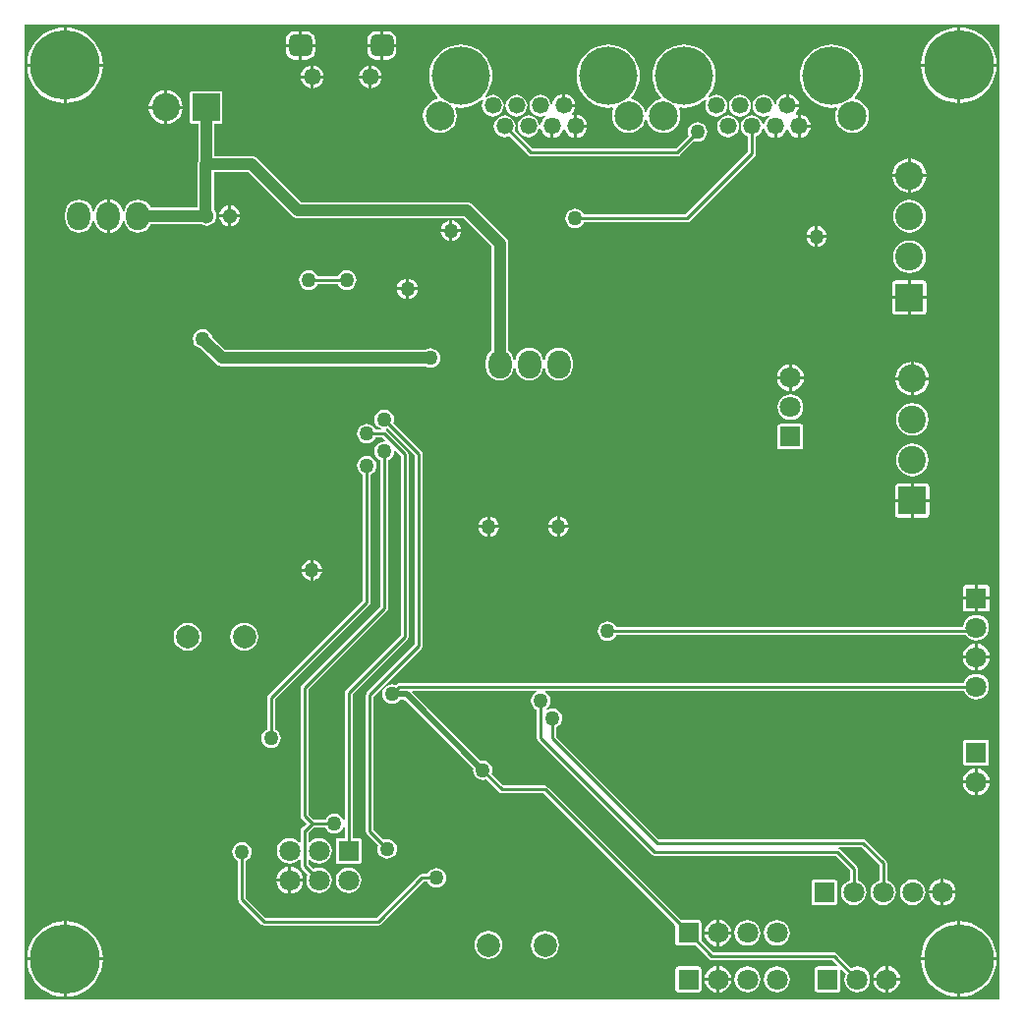
<source format=gbl>
G04 Layer_Physical_Order=2*
G04 Layer_Color=16711680*
%FSLAX25Y25*%
%MOIN*%
G70*
G01*
G75*
%ADD20C,0.01000*%
%ADD21C,0.01968*%
%ADD22C,0.03937*%
%ADD26C,0.07087*%
%ADD27R,0.07087X0.07087*%
%ADD28C,0.07874*%
%ADD29R,0.07087X0.07087*%
%ADD30C,0.23622*%
%ADD31O,0.07874X0.09449*%
%ADD32C,0.05118*%
%ADD33C,0.05709*%
G04:AMPARAMS|DCode=34|XSize=78.74mil|YSize=74.8mil|CornerRadius=18.7mil|HoleSize=0mil|Usage=FLASHONLY|Rotation=0.000|XOffset=0mil|YOffset=0mil|HoleType=Round|Shape=RoundedRectangle|*
%AMROUNDEDRECTD34*
21,1,0.07874,0.03740,0,0,0.0*
21,1,0.04134,0.07480,0,0,0.0*
1,1,0.03740,0.02067,-0.01870*
1,1,0.03740,-0.02067,-0.01870*
1,1,0.03740,-0.02067,0.01870*
1,1,0.03740,0.02067,0.01870*
%
%ADD34ROUNDEDRECTD34*%
%ADD35C,0.09449*%
%ADD36R,0.09449X0.09449*%
%ADD37C,0.09842*%
%ADD38C,0.19803*%
%ADD39C,0.05787*%
%ADD40R,0.09449X0.09449*%
%ADD41C,0.05000*%
G36*
X332677Y1969D02*
X1969D01*
Y332677D01*
X332677D01*
Y1969D01*
D02*
G37*
%LPC*%
G36*
X324803Y132478D02*
X323673Y132329D01*
X322619Y131893D01*
X321714Y131199D01*
X321020Y130294D01*
X320584Y129241D01*
X320458Y128281D01*
X202818D01*
X202675Y128626D01*
X202148Y129313D01*
X201461Y129840D01*
X200661Y130171D01*
X199803Y130284D01*
X198945Y130171D01*
X198145Y129840D01*
X197459Y129313D01*
X196932Y128626D01*
X196600Y127827D01*
X196487Y126969D01*
X196600Y126110D01*
X196932Y125311D01*
X197459Y124624D01*
X198145Y124097D01*
X198945Y123766D01*
X199803Y123653D01*
X200661Y123766D01*
X201461Y124097D01*
X202148Y124624D01*
X202675Y125311D01*
X202818Y125656D01*
X321228D01*
X321714Y125022D01*
X322619Y124327D01*
X323673Y123891D01*
X324803Y123742D01*
X325934Y123891D01*
X326987Y124327D01*
X327892Y125022D01*
X328586Y125926D01*
X329022Y126980D01*
X329171Y128110D01*
X329022Y129241D01*
X328586Y130294D01*
X327892Y131199D01*
X326987Y131893D01*
X325934Y132329D01*
X324803Y132478D01*
D02*
G37*
G36*
X324303Y137610D02*
X320240D01*
Y134567D01*
X320318Y134177D01*
X320539Y133846D01*
X320870Y133625D01*
X321260Y133547D01*
X324303D01*
Y137610D01*
D02*
G37*
G36*
X57323Y129765D02*
X56090Y129603D01*
X54940Y129127D01*
X53953Y128369D01*
X53196Y127383D01*
X52720Y126233D01*
X52558Y125000D01*
X52720Y123767D01*
X53196Y122617D01*
X53953Y121631D01*
X54940Y120873D01*
X56090Y120397D01*
X57323Y120235D01*
X58556Y120397D01*
X59705Y120873D01*
X60692Y121631D01*
X61450Y122617D01*
X61926Y123767D01*
X62088Y125000D01*
X61926Y126233D01*
X61450Y127383D01*
X60692Y128369D01*
X59705Y129127D01*
X58556Y129603D01*
X57323Y129765D01*
D02*
G37*
G36*
X76535D02*
X75302Y129603D01*
X74153Y129127D01*
X73166Y128369D01*
X72409Y127383D01*
X71933Y126233D01*
X71770Y125000D01*
X71933Y123767D01*
X72409Y122617D01*
X73166Y121631D01*
X74153Y120873D01*
X75302Y120397D01*
X76535Y120235D01*
X77769Y120397D01*
X78918Y120873D01*
X79905Y121631D01*
X80662Y122617D01*
X81138Y123767D01*
X81301Y125000D01*
X81138Y126233D01*
X80662Y127383D01*
X79905Y128369D01*
X78918Y129127D01*
X77769Y129603D01*
X76535Y129765D01*
D02*
G37*
G36*
X329366Y137610D02*
X325303D01*
Y133547D01*
X328346D01*
X328737Y133625D01*
X329067Y133846D01*
X329288Y134177D01*
X329366Y134567D01*
Y137610D01*
D02*
G37*
G36*
X98909Y147138D02*
X95945D01*
X95999Y146724D01*
X96352Y145873D01*
X96913Y145142D01*
X97644Y144581D01*
X98496Y144228D01*
X98909Y144173D01*
Y147138D01*
D02*
G37*
G36*
X102874D02*
X99910D01*
Y144173D01*
X100323Y144228D01*
X101174Y144581D01*
X101906Y145142D01*
X102467Y145873D01*
X102819Y146724D01*
X102874Y147138D01*
D02*
G37*
G36*
X324303Y142673D02*
X321260D01*
X320870Y142596D01*
X320539Y142375D01*
X320318Y142044D01*
X320240Y141654D01*
Y138610D01*
X324303D01*
Y142673D01*
D02*
G37*
G36*
X328346D02*
X325303D01*
Y138610D01*
X329366D01*
Y141654D01*
X329288Y142044D01*
X329067Y142375D01*
X328737Y142596D01*
X328346Y142673D01*
D02*
G37*
G36*
X325303Y122627D02*
Y118610D01*
X329320D01*
X329229Y119296D01*
X328772Y120402D01*
X328044Y121351D01*
X327094Y122079D01*
X325989Y122537D01*
X325303Y122627D01*
D02*
G37*
G36*
Y80304D02*
Y76287D01*
X329320D01*
X329229Y76973D01*
X328772Y78079D01*
X328044Y79028D01*
X327094Y79756D01*
X325989Y80214D01*
X325303Y80304D01*
D02*
G37*
G36*
X328346Y90134D02*
X321260D01*
X320953Y90072D01*
X320692Y89898D01*
X320518Y89638D01*
X320457Y89331D01*
Y82244D01*
X320518Y81937D01*
X320692Y81676D01*
X320953Y81502D01*
X321260Y81441D01*
X328346D01*
X328654Y81502D01*
X328914Y81676D01*
X329088Y81937D01*
X329149Y82244D01*
Y89331D01*
X329088Y89638D01*
X328914Y89898D01*
X328654Y90072D01*
X328346Y90134D01*
D02*
G37*
G36*
X324303Y75287D02*
X320286D01*
X320377Y74601D01*
X320835Y73496D01*
X321563Y72547D01*
X322512Y71819D01*
X323617Y71361D01*
X324303Y71271D01*
Y75287D01*
D02*
G37*
G36*
Y80304D02*
X323617Y80214D01*
X322512Y79756D01*
X321563Y79028D01*
X320835Y78079D01*
X320377Y76973D01*
X320286Y76287D01*
X324303D01*
Y80304D01*
D02*
G37*
G36*
X118110Y186387D02*
X117252Y186274D01*
X116452Y185942D01*
X115766Y185415D01*
X115239Y184729D01*
X114907Y183929D01*
X114795Y183071D01*
X114907Y182213D01*
X115239Y181413D01*
X115766Y180726D01*
X116452Y180199D01*
X116798Y180056D01*
Y137355D01*
X84702Y105259D01*
X84417Y104833D01*
X84317Y104331D01*
Y93566D01*
X83972Y93423D01*
X83285Y92896D01*
X82758Y92209D01*
X82427Y91409D01*
X82314Y90551D01*
X82427Y89693D01*
X82758Y88893D01*
X83285Y88207D01*
X83972Y87680D01*
X84772Y87348D01*
X85630Y87235D01*
X86488Y87348D01*
X87288Y87680D01*
X87975Y88207D01*
X88502Y88893D01*
X88833Y89693D01*
X88946Y90551D01*
X88833Y91409D01*
X88502Y92209D01*
X87975Y92896D01*
X87288Y93423D01*
X86942Y93566D01*
Y103787D01*
X119038Y135883D01*
X119323Y136309D01*
X119423Y136811D01*
Y180056D01*
X119768Y180199D01*
X120455Y180726D01*
X120982Y181413D01*
X121313Y182213D01*
X121426Y183071D01*
X121313Y183929D01*
X120982Y184729D01*
X120455Y185415D01*
X119768Y185942D01*
X118968Y186274D01*
X118110Y186387D01*
D02*
G37*
G36*
X324303Y117610D02*
X320286D01*
X320377Y116924D01*
X320835Y115819D01*
X321563Y114870D01*
X322512Y114142D01*
X323617Y113684D01*
X324303Y113594D01*
Y117610D01*
D02*
G37*
G36*
Y122627D02*
X323617Y122537D01*
X322512Y122079D01*
X321563Y121351D01*
X320835Y120402D01*
X320377Y119296D01*
X320286Y118610D01*
X324303D01*
Y122627D01*
D02*
G37*
G36*
X324803Y112478D02*
X323673Y112329D01*
X322619Y111893D01*
X321714Y111199D01*
X321020Y110294D01*
X320659Y109423D01*
X129173D01*
X128671Y109323D01*
X128245Y109038D01*
X127877Y108670D01*
X127531Y108813D01*
X126673Y108926D01*
X125815Y108813D01*
X125015Y108482D01*
X124329Y107955D01*
X123802Y107268D01*
X123470Y106468D01*
X123357Y105610D01*
X123470Y104752D01*
X123802Y103952D01*
X124329Y103266D01*
X125015Y102739D01*
X125815Y102407D01*
X126673Y102295D01*
X127531Y102407D01*
X128331Y102739D01*
X129018Y103266D01*
X129431Y103804D01*
X130846D01*
X154214Y80436D01*
X154125Y79764D01*
X154238Y78906D01*
X154569Y78106D01*
X155096Y77419D01*
X155783Y76892D01*
X156583Y76561D01*
X157441Y76448D01*
X158299Y76561D01*
X158644Y76704D01*
X163048Y72300D01*
X163474Y72016D01*
X163976Y71916D01*
X178039D01*
X222859Y27096D01*
Y21063D01*
X222920Y20756D01*
X223094Y20495D01*
X223354Y20321D01*
X223661Y20260D01*
X229695D01*
X234151Y15804D01*
X234576Y15520D01*
X235079Y15420D01*
X276031D01*
X277746Y13704D01*
X277539Y13204D01*
X270905D01*
X270598Y13143D01*
X270338Y12969D01*
X270164Y12709D01*
X270103Y12402D01*
Y5315D01*
X270164Y5008D01*
X270338Y4747D01*
X270598Y4573D01*
X270905Y4512D01*
X277992D01*
X278299Y4573D01*
X278560Y4747D01*
X278734Y5008D01*
X278795Y5315D01*
Y11949D01*
X279295Y12156D01*
X280591Y10860D01*
X280230Y9989D01*
X280081Y8858D01*
X280230Y7728D01*
X280666Y6674D01*
X281360Y5770D01*
X282265Y5075D01*
X283318Y4639D01*
X284449Y4490D01*
X285579Y4639D01*
X286633Y5075D01*
X287538Y5770D01*
X288232Y6674D01*
X288668Y7728D01*
X288817Y8858D01*
X288668Y9989D01*
X288232Y11042D01*
X287538Y11947D01*
X286633Y12641D01*
X285579Y13078D01*
X284449Y13226D01*
X283318Y13078D01*
X282447Y12717D01*
X277503Y17660D01*
X277077Y17945D01*
X276575Y18045D01*
X235622D01*
X231551Y22117D01*
Y28150D01*
X231490Y28457D01*
X231316Y28717D01*
X231055Y28891D01*
X230748Y28952D01*
X224715D01*
X179511Y74156D01*
X179085Y74441D01*
X178583Y74541D01*
X164520D01*
X160501Y78560D01*
X160644Y78906D01*
X160757Y79764D01*
X160644Y80622D01*
X160312Y81422D01*
X159785Y82108D01*
X159099Y82635D01*
X158299Y82967D01*
X157441Y83079D01*
X156768Y82991D01*
X133424Y106336D01*
X133615Y106798D01*
X175600D01*
X175700Y106298D01*
X175507Y106218D01*
X174821Y105691D01*
X174294Y105004D01*
X173963Y104205D01*
X173850Y103347D01*
X173963Y102488D01*
X174294Y101689D01*
X174821Y101002D01*
X175507Y100475D01*
X175853Y100332D01*
Y90551D01*
X175953Y90049D01*
X176237Y89623D01*
X214623Y51237D01*
X215049Y50953D01*
X215551Y50853D01*
X277015D01*
X281995Y45874D01*
Y42530D01*
X281123Y42169D01*
X280218Y41475D01*
X279524Y40570D01*
X279088Y39516D01*
X278939Y38386D01*
X279088Y37255D01*
X279524Y36202D01*
X280218Y35297D01*
X281123Y34603D01*
X282176Y34167D01*
X283307Y34018D01*
X284438Y34167D01*
X285491Y34603D01*
X286396Y35297D01*
X287090Y36202D01*
X287526Y37255D01*
X287675Y38386D01*
X287526Y39516D01*
X287090Y40570D01*
X286396Y41475D01*
X285491Y42169D01*
X284620Y42530D01*
Y46417D01*
X284520Y46920D01*
X284235Y47346D01*
X278487Y53093D01*
X278170Y53306D01*
X278280Y53806D01*
X285874D01*
X291995Y47685D01*
Y42530D01*
X291123Y42169D01*
X290218Y41475D01*
X289524Y40570D01*
X289088Y39516D01*
X288939Y38386D01*
X289088Y37255D01*
X289524Y36202D01*
X290218Y35297D01*
X291123Y34603D01*
X292177Y34167D01*
X293307Y34018D01*
X294438Y34167D01*
X295491Y34603D01*
X296396Y35297D01*
X297090Y36202D01*
X297526Y37255D01*
X297675Y38386D01*
X297526Y39516D01*
X297090Y40570D01*
X296396Y41475D01*
X295491Y42169D01*
X294620Y42530D01*
Y48228D01*
X294520Y48731D01*
X294235Y49156D01*
X287346Y56046D01*
X286920Y56331D01*
X286417Y56431D01*
X217079D01*
X182415Y91095D01*
Y94426D01*
X182760Y94569D01*
X183447Y95096D01*
X183974Y95783D01*
X184305Y96583D01*
X184418Y97441D01*
X184305Y98299D01*
X183974Y99099D01*
X183447Y99786D01*
X182760Y100312D01*
X181960Y100644D01*
X181102Y100757D01*
X180244Y100644D01*
X179445Y100312D01*
X179392Y100272D01*
X178912Y100534D01*
X178913Y100544D01*
X179510Y101002D01*
X180037Y101689D01*
X180368Y102488D01*
X180481Y103347D01*
X180368Y104205D01*
X180037Y105004D01*
X179510Y105691D01*
X178823Y106218D01*
X178631Y106298D01*
X178730Y106798D01*
X320659D01*
X321020Y105926D01*
X321714Y105022D01*
X322619Y104327D01*
X323673Y103891D01*
X324803Y103742D01*
X325934Y103891D01*
X326987Y104327D01*
X327892Y105022D01*
X328586Y105926D01*
X329022Y106980D01*
X329171Y108110D01*
X329022Y109241D01*
X328586Y110294D01*
X327892Y111199D01*
X326987Y111893D01*
X325934Y112329D01*
X324803Y112478D01*
D02*
G37*
G36*
X329320Y117610D02*
X325303D01*
Y113594D01*
X325989Y113684D01*
X327094Y114142D01*
X328044Y114870D01*
X328772Y115819D01*
X329229Y116924D01*
X329320Y117610D01*
D02*
G37*
G36*
X98909Y151102D02*
X98496Y151048D01*
X97644Y150695D01*
X96913Y150134D01*
X96352Y149403D01*
X95999Y148551D01*
X95945Y148138D01*
X98909D01*
Y151102D01*
D02*
G37*
G36*
X307874Y177004D02*
X303650D01*
Y171760D01*
X308894D01*
Y175984D01*
X308816Y176374D01*
X308595Y176705D01*
X308264Y176926D01*
X307874Y177004D01*
D02*
G37*
G36*
X303150Y190599D02*
X301711Y190409D01*
X300370Y189854D01*
X299219Y188970D01*
X298335Y187819D01*
X297780Y186478D01*
X297590Y185039D01*
X297780Y183600D01*
X298335Y182260D01*
X299219Y181108D01*
X300370Y180225D01*
X301711Y179669D01*
X303150Y179480D01*
X304589Y179669D01*
X305929Y180225D01*
X307081Y181108D01*
X307964Y182260D01*
X308520Y183600D01*
X308709Y185039D01*
X308520Y186478D01*
X307964Y187819D01*
X307081Y188970D01*
X305929Y189854D01*
X304589Y190409D01*
X303150Y190599D01*
D02*
G37*
G36*
X308894Y170760D02*
X303650D01*
Y165516D01*
X307874D01*
X308264Y165594D01*
X308595Y165814D01*
X308816Y166145D01*
X308894Y166535D01*
Y170760D01*
D02*
G37*
G36*
X302650Y177004D02*
X298425D01*
X298035Y176926D01*
X297704Y176705D01*
X297483Y176374D01*
X297406Y175984D01*
Y171760D01*
X302650D01*
Y177004D01*
D02*
G37*
G36*
X265354Y197259D02*
X258268D01*
X257961Y197198D01*
X257700Y197024D01*
X257526Y196764D01*
X257465Y196457D01*
Y189370D01*
X257526Y189063D01*
X257700Y188802D01*
X257961Y188628D01*
X258268Y188567D01*
X265354D01*
X265662Y188628D01*
X265922Y188802D01*
X266096Y189063D01*
X266157Y189370D01*
Y196457D01*
X266096Y196764D01*
X265922Y197024D01*
X265662Y197198D01*
X265354Y197259D01*
D02*
G37*
G36*
X261811Y207281D02*
X260681Y207133D01*
X259627Y206696D01*
X258722Y206002D01*
X258028Y205097D01*
X257592Y204044D01*
X257443Y202913D01*
X257592Y201783D01*
X258028Y200729D01*
X258722Y199825D01*
X259627Y199130D01*
X260681Y198694D01*
X261811Y198545D01*
X262942Y198694D01*
X263995Y199130D01*
X264900Y199825D01*
X265594Y200729D01*
X266030Y201783D01*
X266179Y202913D01*
X266030Y204044D01*
X265594Y205097D01*
X264900Y206002D01*
X263995Y206696D01*
X262942Y207133D01*
X261811Y207281D01*
D02*
G37*
G36*
X302650Y212098D02*
X297442D01*
X297572Y211104D01*
X298149Y209712D01*
X299067Y208516D01*
X300263Y207598D01*
X301655Y207021D01*
X302650Y206891D01*
Y212098D01*
D02*
G37*
G36*
X303150Y204378D02*
X301711Y204189D01*
X300370Y203633D01*
X299219Y202750D01*
X298335Y201599D01*
X297780Y200258D01*
X297590Y198819D01*
X297780Y197380D01*
X298335Y196039D01*
X299219Y194888D01*
X300370Y194004D01*
X301711Y193449D01*
X303150Y193260D01*
X304589Y193449D01*
X305929Y194004D01*
X307081Y194888D01*
X307964Y196039D01*
X308520Y197380D01*
X308709Y198819D01*
X308520Y200258D01*
X307964Y201599D01*
X307081Y202750D01*
X305929Y203633D01*
X304589Y204189D01*
X303150Y204378D01*
D02*
G37*
G36*
X124016Y202135D02*
X123158Y202022D01*
X122358Y201690D01*
X121671Y201164D01*
X121144Y200477D01*
X120813Y199677D01*
X120700Y198819D01*
X120813Y197961D01*
X121144Y197161D01*
X121671Y196474D01*
X122358Y195947D01*
X122930Y195710D01*
X122831Y195210D01*
X121125D01*
X120982Y195555D01*
X120455Y196242D01*
X119768Y196769D01*
X118968Y197100D01*
X118110Y197213D01*
X117252Y197100D01*
X116452Y196769D01*
X115766Y196242D01*
X115239Y195555D01*
X114907Y194756D01*
X114795Y193898D01*
X114907Y193040D01*
X115239Y192240D01*
X115766Y191553D01*
X116452Y191026D01*
X117252Y190695D01*
X118110Y190582D01*
X118968Y190695D01*
X119768Y191026D01*
X120455Y191553D01*
X120982Y192240D01*
X121125Y192585D01*
X123472D01*
X124310Y191747D01*
X124089Y191298D01*
X124016Y191308D01*
X123158Y191195D01*
X122358Y190864D01*
X121671Y190337D01*
X121144Y189650D01*
X120813Y188850D01*
X120700Y187992D01*
X120813Y187134D01*
X121144Y186334D01*
X121671Y185647D01*
X122358Y185121D01*
X122703Y184978D01*
Y135386D01*
X96072Y108755D01*
X95787Y108329D01*
X95687Y107827D01*
Y64272D01*
X95787Y63769D01*
X96072Y63344D01*
X97707Y61709D01*
X96577Y60579D01*
X96498Y60563D01*
X96072Y60278D01*
X95787Y59853D01*
X95687Y59350D01*
Y55486D01*
X95214Y55325D01*
X95057Y55530D01*
X94152Y56224D01*
X93099Y56660D01*
X91969Y56809D01*
X90838Y56660D01*
X89784Y56224D01*
X88880Y55530D01*
X88186Y54625D01*
X87749Y53571D01*
X87600Y52441D01*
X87749Y51310D01*
X88186Y50257D01*
X88880Y49352D01*
X89784Y48658D01*
X90838Y48222D01*
X91969Y48073D01*
X93099Y48222D01*
X94152Y48658D01*
X95057Y49352D01*
X95214Y49556D01*
X95687Y49396D01*
Y47409D01*
X95787Y46907D01*
X96072Y46481D01*
X98110Y44443D01*
X97749Y43571D01*
X97600Y42441D01*
X97749Y41310D01*
X98186Y40257D01*
X98880Y39352D01*
X99784Y38658D01*
X100838Y38222D01*
X101969Y38073D01*
X103099Y38222D01*
X104153Y38658D01*
X105057Y39352D01*
X105751Y40257D01*
X106188Y41310D01*
X106337Y42441D01*
X106188Y43571D01*
X105751Y44625D01*
X105057Y45530D01*
X104153Y46224D01*
X103099Y46660D01*
X101969Y46809D01*
X100838Y46660D01*
X99967Y46299D01*
X98313Y47953D01*
Y49314D01*
X98786Y49474D01*
X98880Y49352D01*
X99784Y48658D01*
X100838Y48222D01*
X101969Y48073D01*
X103099Y48222D01*
X104153Y48658D01*
X105057Y49352D01*
X105751Y50257D01*
X106188Y51310D01*
X106337Y52441D01*
X106188Y53571D01*
X105751Y54625D01*
X105057Y55530D01*
X104153Y56224D01*
X103099Y56660D01*
X101969Y56809D01*
X100838Y56660D01*
X99784Y56224D01*
X98880Y55530D01*
X98786Y55408D01*
X98313Y55568D01*
Y58602D01*
X100107Y60396D01*
X104155D01*
X104298Y60051D01*
X104825Y59364D01*
X105511Y58837D01*
X106311Y58506D01*
X107169Y58393D01*
X108028Y58506D01*
X108827Y58837D01*
X109514Y59364D01*
X110041Y60051D01*
X110156Y60329D01*
X110656Y60229D01*
Y56787D01*
X108425D01*
X108118Y56726D01*
X107858Y56552D01*
X107684Y56292D01*
X107622Y55984D01*
Y48898D01*
X107684Y48590D01*
X107858Y48330D01*
X108118Y48156D01*
X108425Y48095D01*
X115512D01*
X115819Y48156D01*
X116079Y48330D01*
X116253Y48590D01*
X116315Y48898D01*
Y55984D01*
X116253Y56292D01*
X116079Y56552D01*
X115819Y56726D01*
X115512Y56787D01*
X113281D01*
Y105519D01*
X131834Y124072D01*
X132118Y124498D01*
X132218Y125000D01*
Y187008D01*
X132118Y187510D01*
X131834Y187936D01*
X124944Y194826D01*
X124575Y195072D01*
X124566Y195298D01*
X124639Y195585D01*
X124874Y195616D01*
X125219Y195759D01*
X134514Y186464D01*
Y122591D01*
X118166Y106243D01*
X117882Y105817D01*
X117782Y105315D01*
Y59055D01*
X117882Y58553D01*
X118166Y58127D01*
X121940Y54353D01*
X121797Y54008D01*
X121684Y53150D01*
X121797Y52291D01*
X122128Y51492D01*
X122655Y50805D01*
X123342Y50278D01*
X124142Y49947D01*
X125000Y49834D01*
X125858Y49947D01*
X126658Y50278D01*
X127345Y50805D01*
X127872Y51492D01*
X128203Y52291D01*
X128316Y53150D01*
X128203Y54008D01*
X127872Y54808D01*
X127345Y55494D01*
X126658Y56021D01*
X125858Y56352D01*
X125000Y56465D01*
X124142Y56352D01*
X123797Y56209D01*
X120407Y59599D01*
Y104771D01*
X136755Y121119D01*
X137039Y121545D01*
X137139Y122047D01*
Y187008D01*
X137039Y187510D01*
X136755Y187936D01*
X127076Y197616D01*
X127218Y197961D01*
X127331Y198819D01*
X127218Y199677D01*
X126887Y200477D01*
X126360Y201164D01*
X125674Y201690D01*
X124874Y202022D01*
X124016Y202135D01*
D02*
G37*
G36*
X302650Y170760D02*
X297406D01*
Y166535D01*
X297483Y166145D01*
X297704Y165814D01*
X298035Y165594D01*
X298425Y165516D01*
X302650D01*
Y170760D01*
D02*
G37*
G36*
X162913Y161902D02*
X159949D01*
Y158937D01*
X160363Y158992D01*
X161214Y159344D01*
X161945Y159905D01*
X162506Y160636D01*
X162859Y161488D01*
X162913Y161902D01*
D02*
G37*
G36*
X182571D02*
X179606D01*
X179661Y161488D01*
X180014Y160636D01*
X180575Y159905D01*
X181306Y159344D01*
X182157Y158992D01*
X182571Y158937D01*
Y161902D01*
D02*
G37*
G36*
X99910Y151102D02*
Y148138D01*
X102874D01*
X102819Y148551D01*
X102467Y149403D01*
X101906Y150134D01*
X101174Y150695D01*
X100323Y151048D01*
X99910Y151102D01*
D02*
G37*
G36*
X158949Y161902D02*
X155984D01*
X156039Y161488D01*
X156392Y160636D01*
X156953Y159905D01*
X157684Y159344D01*
X158535Y158992D01*
X158949Y158937D01*
Y161902D01*
D02*
G37*
G36*
X186535D02*
X183571D01*
Y158937D01*
X183984Y158992D01*
X184836Y159344D01*
X185567Y159905D01*
X186128Y160636D01*
X186481Y161488D01*
X186535Y161902D01*
D02*
G37*
G36*
X182571Y165866D02*
X182157Y165812D01*
X181306Y165459D01*
X180575Y164898D01*
X180014Y164167D01*
X179661Y163315D01*
X179606Y162902D01*
X182571D01*
Y165866D01*
D02*
G37*
G36*
X183571D02*
Y162902D01*
X186535D01*
X186481Y163315D01*
X186128Y164167D01*
X185567Y164898D01*
X184836Y165459D01*
X183984Y165812D01*
X183571Y165866D01*
D02*
G37*
G36*
X158949D02*
X158535Y165812D01*
X157684Y165459D01*
X156953Y164898D01*
X156392Y164167D01*
X156039Y163315D01*
X155984Y162902D01*
X158949D01*
Y165866D01*
D02*
G37*
G36*
X159949D02*
Y162902D01*
X162913D01*
X162859Y163315D01*
X162506Y164167D01*
X161945Y164898D01*
X161214Y165459D01*
X160363Y165812D01*
X159949Y165866D01*
D02*
G37*
G36*
X329320Y75287D02*
X325303D01*
Y71271D01*
X325989Y71361D01*
X327094Y71819D01*
X328044Y72547D01*
X328772Y73496D01*
X329229Y74601D01*
X329320Y75287D01*
D02*
G37*
G36*
X237705Y13375D02*
Y9358D01*
X241721D01*
X241631Y10044D01*
X241173Y11150D01*
X240445Y12099D01*
X239496Y12827D01*
X238391Y13285D01*
X237705Y13375D01*
D02*
G37*
G36*
X293949Y13375D02*
X293263Y13285D01*
X292158Y12827D01*
X291209Y12099D01*
X290480Y11150D01*
X290022Y10044D01*
X289932Y9358D01*
X293949D01*
Y13375D01*
D02*
G37*
G36*
X230748Y13204D02*
X223661D01*
X223354Y13143D01*
X223094Y12969D01*
X222920Y12709D01*
X222859Y12402D01*
Y5315D01*
X222920Y5008D01*
X223094Y4747D01*
X223354Y4573D01*
X223661Y4512D01*
X230748D01*
X231055Y4573D01*
X231316Y4747D01*
X231490Y5008D01*
X231551Y5315D01*
Y12402D01*
X231490Y12709D01*
X231316Y12969D01*
X231055Y13143D01*
X230748Y13204D01*
D02*
G37*
G36*
X236705Y13375D02*
X236019Y13285D01*
X234913Y12827D01*
X233964Y12099D01*
X233236Y11150D01*
X232778Y10044D01*
X232688Y9358D01*
X236705D01*
Y13375D01*
D02*
G37*
G36*
X294949Y13375D02*
Y9358D01*
X298966D01*
X298875Y10044D01*
X298417Y11150D01*
X297689Y12099D01*
X296740Y12827D01*
X295635Y13285D01*
X294949Y13375D01*
D02*
G37*
G36*
X15248Y28559D02*
X13738Y28440D01*
X11777Y27970D01*
X9914Y27198D01*
X8195Y26144D01*
X6661Y24835D01*
X5352Y23301D01*
X4298Y21582D01*
X3526Y19719D01*
X3056Y17758D01*
X2937Y16248D01*
X15248D01*
Y28559D01*
D02*
G37*
G36*
X16248D02*
Y16248D01*
X28559D01*
X28440Y17758D01*
X27970Y19719D01*
X27198Y21582D01*
X26144Y23301D01*
X24835Y24835D01*
X23301Y26144D01*
X21582Y27198D01*
X19719Y27970D01*
X17758Y28440D01*
X16248Y28559D01*
D02*
G37*
G36*
X159354Y25281D02*
X158121Y25119D01*
X156972Y24643D01*
X155985Y23885D01*
X155228Y22898D01*
X154752Y21749D01*
X154589Y20516D01*
X154752Y19282D01*
X155228Y18133D01*
X155985Y17146D01*
X156972Y16389D01*
X158121Y15913D01*
X159354Y15751D01*
X160588Y15913D01*
X161737Y16389D01*
X162724Y17146D01*
X163481Y18133D01*
X163957Y19282D01*
X164120Y20516D01*
X163957Y21749D01*
X163481Y22898D01*
X162724Y23885D01*
X161737Y24643D01*
X160588Y25119D01*
X159354Y25281D01*
D02*
G37*
G36*
X178567D02*
X177334Y25119D01*
X176184Y24643D01*
X175197Y23885D01*
X174440Y22898D01*
X173964Y21749D01*
X173802Y20516D01*
X173964Y19282D01*
X174440Y18133D01*
X175197Y17146D01*
X176184Y16389D01*
X177334Y15913D01*
X178567Y15751D01*
X179800Y15913D01*
X180949Y16389D01*
X181936Y17146D01*
X182694Y18133D01*
X183170Y19282D01*
X183332Y20516D01*
X183170Y21749D01*
X182694Y22898D01*
X181936Y23885D01*
X180949Y24643D01*
X179800Y25119D01*
X178567Y25281D01*
D02*
G37*
G36*
X257205Y13226D02*
X256074Y13078D01*
X255021Y12641D01*
X254116Y11947D01*
X253422Y11042D01*
X252986Y9989D01*
X252837Y8858D01*
X252986Y7728D01*
X253422Y6674D01*
X254116Y5770D01*
X255021Y5075D01*
X256074Y4639D01*
X257205Y4490D01*
X258335Y4639D01*
X259389Y5075D01*
X260293Y5770D01*
X260988Y6674D01*
X261424Y7728D01*
X261573Y8858D01*
X261424Y9989D01*
X260988Y11042D01*
X260293Y11947D01*
X259389Y12641D01*
X258335Y13078D01*
X257205Y13226D01*
D02*
G37*
G36*
X318398Y15248D02*
X306086D01*
X306205Y13738D01*
X306676Y11777D01*
X307448Y9914D01*
X308501Y8195D01*
X309811Y6661D01*
X311344Y5352D01*
X313064Y4298D01*
X314927Y3526D01*
X316887Y3056D01*
X318398Y2937D01*
Y15248D01*
D02*
G37*
G36*
X331709D02*
X319398D01*
Y2937D01*
X320908Y3056D01*
X322869Y3526D01*
X324732Y4298D01*
X326451Y5352D01*
X327984Y6661D01*
X329294Y8195D01*
X330348Y9914D01*
X331119Y11777D01*
X331590Y13738D01*
X331709Y15248D01*
D02*
G37*
G36*
X15248D02*
X2937D01*
X3056Y13738D01*
X3526Y11777D01*
X4298Y9914D01*
X5352Y8195D01*
X6661Y6661D01*
X8195Y5352D01*
X9914Y4298D01*
X11777Y3526D01*
X13738Y3056D01*
X15248Y2937D01*
Y15248D01*
D02*
G37*
G36*
X28559D02*
X16248D01*
Y2937D01*
X17758Y3056D01*
X19719Y3526D01*
X21582Y4298D01*
X23301Y5352D01*
X24835Y6661D01*
X26144Y8195D01*
X27198Y9914D01*
X27970Y11777D01*
X28440Y13738D01*
X28559Y15248D01*
D02*
G37*
G36*
X241721Y8358D02*
X237705D01*
Y4342D01*
X238391Y4432D01*
X239496Y4890D01*
X240445Y5618D01*
X241173Y6567D01*
X241631Y7672D01*
X241721Y8358D01*
D02*
G37*
G36*
X298966Y8358D02*
X294949D01*
Y4342D01*
X295635Y4432D01*
X296740Y4890D01*
X297689Y5618D01*
X298417Y6567D01*
X298875Y7672D01*
X298966Y8358D01*
D02*
G37*
G36*
X247205Y13226D02*
X246074Y13078D01*
X245021Y12641D01*
X244116Y11947D01*
X243422Y11042D01*
X242986Y9989D01*
X242837Y8858D01*
X242986Y7728D01*
X243422Y6674D01*
X244116Y5770D01*
X245021Y5075D01*
X246074Y4639D01*
X247205Y4490D01*
X248335Y4639D01*
X249389Y5075D01*
X250293Y5770D01*
X250988Y6674D01*
X251424Y7728D01*
X251573Y8858D01*
X251424Y9989D01*
X250988Y11042D01*
X250293Y11947D01*
X249389Y12641D01*
X248335Y13078D01*
X247205Y13226D01*
D02*
G37*
G36*
X236705Y8358D02*
X232688D01*
X232778Y7672D01*
X233236Y6567D01*
X233964Y5618D01*
X234913Y4890D01*
X236019Y4432D01*
X236705Y4342D01*
Y8358D01*
D02*
G37*
G36*
X293949Y8358D02*
X289932D01*
X290022Y7672D01*
X290480Y6567D01*
X291209Y5618D01*
X292158Y4890D01*
X293263Y4432D01*
X293949Y4342D01*
Y8358D01*
D02*
G37*
G36*
X318398Y28559D02*
X316887Y28440D01*
X314927Y27970D01*
X313064Y27198D01*
X311344Y26144D01*
X309811Y24835D01*
X308501Y23301D01*
X307448Y21582D01*
X306676Y19719D01*
X306205Y17758D01*
X306086Y16248D01*
X318398D01*
Y28559D01*
D02*
G37*
G36*
X91469Y41941D02*
X87452D01*
X87542Y41255D01*
X88000Y40150D01*
X88728Y39201D01*
X89677Y38472D01*
X90782Y38015D01*
X91469Y37924D01*
Y41941D01*
D02*
G37*
G36*
X111969Y46809D02*
X110838Y46660D01*
X109784Y46224D01*
X108880Y45530D01*
X108186Y44625D01*
X107749Y43571D01*
X107600Y42441D01*
X107749Y41310D01*
X108186Y40257D01*
X108880Y39352D01*
X109784Y38658D01*
X110838Y38222D01*
X111969Y38073D01*
X113099Y38222D01*
X114153Y38658D01*
X115057Y39352D01*
X115751Y40257D01*
X116188Y41310D01*
X116337Y42441D01*
X116188Y43571D01*
X115751Y44625D01*
X115057Y45530D01*
X114153Y46224D01*
X113099Y46660D01*
X111969Y46809D01*
D02*
G37*
G36*
X276850Y42732D02*
X269764D01*
X269457Y42671D01*
X269196Y42497D01*
X269022Y42236D01*
X268961Y41929D01*
Y34843D01*
X269022Y34535D01*
X269196Y34275D01*
X269457Y34101D01*
X269764Y34040D01*
X276850D01*
X277158Y34101D01*
X277418Y34275D01*
X277592Y34535D01*
X277653Y34843D01*
Y41929D01*
X277592Y42236D01*
X277418Y42497D01*
X277158Y42671D01*
X276850Y42732D01*
D02*
G37*
G36*
X96485Y41941D02*
X92469D01*
Y37924D01*
X93155Y38015D01*
X94260Y38472D01*
X95209Y39201D01*
X95937Y40150D01*
X96395Y41255D01*
X96485Y41941D01*
D02*
G37*
G36*
X312807Y42902D02*
X312121Y42812D01*
X311016Y42354D01*
X310067Y41626D01*
X309338Y40677D01*
X308881Y39572D01*
X308790Y38886D01*
X312807D01*
Y42902D01*
D02*
G37*
G36*
X91469Y46958D02*
X90782Y46867D01*
X89677Y46409D01*
X88728Y45681D01*
X88000Y44732D01*
X87542Y43627D01*
X87452Y42941D01*
X91469D01*
Y46958D01*
D02*
G37*
G36*
X92469Y46958D02*
Y42941D01*
X96485D01*
X96395Y43627D01*
X95937Y44732D01*
X95209Y45681D01*
X94260Y46409D01*
X93155Y46867D01*
X92469Y46958D01*
D02*
G37*
G36*
X313807Y42902D02*
Y38886D01*
X317824D01*
X317733Y39572D01*
X317276Y40677D01*
X316547Y41626D01*
X315598Y42354D01*
X314493Y42812D01*
X313807Y42902D01*
D02*
G37*
G36*
X75787Y55481D02*
X74929Y55368D01*
X74129Y55037D01*
X73443Y54510D01*
X72916Y53823D01*
X72585Y53023D01*
X72472Y52165D01*
X72585Y51307D01*
X72916Y50507D01*
X73443Y49821D01*
X74129Y49294D01*
X74475Y49151D01*
Y35878D01*
X74575Y35376D01*
X74859Y34950D01*
X82308Y27501D01*
X82734Y27216D01*
X83236Y27117D01*
X121933D01*
X122435Y27216D01*
X122861Y27501D01*
X137355Y41995D01*
X138718D01*
X138861Y41649D01*
X139388Y40962D01*
X140074Y40435D01*
X140874Y40104D01*
X141732Y39991D01*
X142590Y40104D01*
X143390Y40435D01*
X144077Y40962D01*
X144604Y41649D01*
X144935Y42449D01*
X145048Y43307D01*
X144935Y44165D01*
X144604Y44965D01*
X144077Y45652D01*
X143390Y46179D01*
X142590Y46510D01*
X141732Y46623D01*
X140874Y46510D01*
X140074Y46179D01*
X139388Y45652D01*
X138861Y44965D01*
X138718Y44620D01*
X136811D01*
X136309Y44520D01*
X135883Y44235D01*
X121389Y29742D01*
X83780D01*
X77100Y36422D01*
Y49151D01*
X77445Y49294D01*
X78132Y49821D01*
X78659Y50507D01*
X78990Y51307D01*
X79103Y52165D01*
X78990Y53023D01*
X78659Y53823D01*
X78132Y54510D01*
X77445Y55037D01*
X76646Y55368D01*
X75787Y55481D01*
D02*
G37*
G36*
X303307Y42754D02*
X302176Y42605D01*
X301123Y42169D01*
X300218Y41475D01*
X299524Y40570D01*
X299088Y39516D01*
X298939Y38386D01*
X299088Y37255D01*
X299524Y36202D01*
X300218Y35297D01*
X301123Y34603D01*
X302176Y34167D01*
X303307Y34018D01*
X304438Y34167D01*
X305491Y34603D01*
X306396Y35297D01*
X307090Y36202D01*
X307526Y37255D01*
X307675Y38386D01*
X307526Y39516D01*
X307090Y40570D01*
X306396Y41475D01*
X305491Y42169D01*
X304438Y42605D01*
X303307Y42754D01*
D02*
G37*
G36*
X236705Y24106D02*
X232688D01*
X232778Y23420D01*
X233236Y22315D01*
X233964Y21366D01*
X234913Y20638D01*
X236019Y20180D01*
X236705Y20090D01*
Y24106D01*
D02*
G37*
G36*
X247205Y28974D02*
X246074Y28826D01*
X245021Y28389D01*
X244116Y27695D01*
X243422Y26790D01*
X242986Y25737D01*
X242837Y24606D01*
X242986Y23476D01*
X243422Y22422D01*
X244116Y21518D01*
X245021Y20823D01*
X246074Y20387D01*
X247205Y20238D01*
X248335Y20387D01*
X249389Y20823D01*
X250293Y21518D01*
X250988Y22422D01*
X251424Y23476D01*
X251573Y24606D01*
X251424Y25737D01*
X250988Y26790D01*
X250293Y27695D01*
X249389Y28389D01*
X248335Y28826D01*
X247205Y28974D01*
D02*
G37*
G36*
X319398Y28559D02*
Y16248D01*
X331709D01*
X331590Y17758D01*
X331119Y19719D01*
X330348Y21582D01*
X329294Y23301D01*
X327984Y24835D01*
X326451Y26144D01*
X324732Y27198D01*
X322869Y27970D01*
X320908Y28440D01*
X319398Y28559D01*
D02*
G37*
G36*
X241721Y24106D02*
X237705D01*
Y20090D01*
X238391Y20180D01*
X239496Y20638D01*
X240445Y21366D01*
X241173Y22315D01*
X241631Y23420D01*
X241721Y24106D01*
D02*
G37*
G36*
X257205Y28974D02*
X256074Y28826D01*
X255021Y28389D01*
X254116Y27695D01*
X253422Y26790D01*
X252986Y25737D01*
X252837Y24606D01*
X252986Y23476D01*
X253422Y22422D01*
X254116Y21518D01*
X255021Y20823D01*
X256074Y20387D01*
X257205Y20238D01*
X258335Y20387D01*
X259389Y20823D01*
X260293Y21518D01*
X260988Y22422D01*
X261424Y23476D01*
X261573Y24606D01*
X261424Y25737D01*
X260988Y26790D01*
X260293Y27695D01*
X259389Y28389D01*
X258335Y28826D01*
X257205Y28974D01*
D02*
G37*
G36*
X312807Y37886D02*
X308790D01*
X308881Y37200D01*
X309338Y36095D01*
X310067Y35146D01*
X311016Y34417D01*
X312121Y33959D01*
X312807Y33869D01*
Y37886D01*
D02*
G37*
G36*
X317824D02*
X313807D01*
Y33869D01*
X314493Y33959D01*
X315598Y34417D01*
X316547Y35146D01*
X317276Y36095D01*
X317733Y37200D01*
X317824Y37886D01*
D02*
G37*
G36*
X236705Y29123D02*
X236019Y29033D01*
X234913Y28575D01*
X233964Y27847D01*
X233236Y26897D01*
X232778Y25792D01*
X232688Y25106D01*
X236705D01*
Y29123D01*
D02*
G37*
G36*
X237705Y29123D02*
Y25106D01*
X241721D01*
X241631Y25792D01*
X241173Y26897D01*
X240445Y27847D01*
X239496Y28575D01*
X238391Y29033D01*
X237705Y29123D01*
D02*
G37*
G36*
X184461Y309098D02*
X183944Y309030D01*
X182997Y308637D01*
X182184Y308013D01*
X181560Y307200D01*
X181167Y306253D01*
X181090Y305665D01*
X180586D01*
X180516Y306197D01*
X180145Y307093D01*
X179554Y307862D01*
X178786Y308452D01*
X177890Y308823D01*
X176929Y308949D01*
X175968Y308823D01*
X175073Y308452D01*
X174304Y307862D01*
X173714Y307093D01*
X173343Y306197D01*
X173216Y305236D01*
X173343Y304275D01*
X173714Y303380D01*
X174304Y302611D01*
X175073Y302021D01*
X175968Y301650D01*
X176929Y301523D01*
X177890Y301650D01*
X178534Y301917D01*
X178786Y301480D01*
X178168Y301005D01*
X177544Y300192D01*
X177151Y299245D01*
X177074Y298657D01*
X176570D01*
X176500Y299189D01*
X176129Y300085D01*
X175539Y300854D01*
X174770Y301444D01*
X173874Y301815D01*
X172913Y301941D01*
X171952Y301815D01*
X171057Y301444D01*
X170288Y300854D01*
X169698Y300085D01*
X169327Y299189D01*
X169201Y298228D01*
X169327Y297267D01*
X169698Y296372D01*
X170288Y295603D01*
X171057Y295013D01*
X171952Y294642D01*
X172913Y294515D01*
X173874Y294642D01*
X174770Y295013D01*
X175539Y295603D01*
X176129Y296372D01*
X176500Y297267D01*
X176570Y297799D01*
X177074D01*
X177151Y297212D01*
X177544Y296265D01*
X178168Y295451D01*
X178981Y294827D01*
X179928Y294435D01*
X180445Y294367D01*
Y298228D01*
X181445D01*
Y294367D01*
X181961Y294435D01*
X182908Y294827D01*
X183722Y295451D01*
X184346Y296265D01*
X184701Y297122D01*
X184957Y297170D01*
X184964D01*
X185220Y297122D01*
X185575Y296265D01*
X186199Y295451D01*
X187013Y294827D01*
X187960Y294435D01*
X188476Y294367D01*
Y298228D01*
Y302090D01*
X187995Y302027D01*
X187958Y302053D01*
X187781Y302516D01*
X188362Y303273D01*
X188754Y304220D01*
X188822Y304736D01*
X184961D01*
Y305236D01*
X184461D01*
Y309098D01*
D02*
G37*
G36*
X260248D02*
X259732Y309030D01*
X258784Y308637D01*
X257971Y308013D01*
X257347Y307200D01*
X256955Y306253D01*
X256877Y305665D01*
X256373D01*
X256303Y306197D01*
X255932Y307093D01*
X255342Y307862D01*
X254573Y308452D01*
X253678Y308823D01*
X252716Y308949D01*
X251756Y308823D01*
X250860Y308452D01*
X250091Y307862D01*
X249501Y307093D01*
X249130Y306197D01*
X249004Y305236D01*
X249130Y304275D01*
X249501Y303380D01*
X250091Y302611D01*
X250860Y302021D01*
X251756Y301650D01*
X252716Y301523D01*
X253678Y301650D01*
X254322Y301917D01*
X254574Y301480D01*
X253955Y301005D01*
X253331Y300192D01*
X252939Y299245D01*
X252861Y298657D01*
X252357D01*
X252287Y299189D01*
X251916Y300085D01*
X251326Y300854D01*
X250557Y301444D01*
X249662Y301815D01*
X248701Y301941D01*
X247740Y301815D01*
X246844Y301444D01*
X246075Y300854D01*
X245485Y300085D01*
X245114Y299189D01*
X244988Y298228D01*
X245114Y297267D01*
X245485Y296372D01*
X246075Y295603D01*
X246844Y295013D01*
X247388Y294788D01*
Y289461D01*
X226169Y268242D01*
X191794D01*
X191651Y268587D01*
X191124Y269274D01*
X190437Y269801D01*
X189638Y270132D01*
X188779Y270245D01*
X187921Y270132D01*
X187122Y269801D01*
X186435Y269274D01*
X185908Y268587D01*
X185577Y267787D01*
X185464Y266929D01*
X185577Y266071D01*
X185908Y265271D01*
X186435Y264584D01*
X187122Y264058D01*
X187921Y263726D01*
X188779Y263613D01*
X189638Y263726D01*
X190437Y264058D01*
X191124Y264584D01*
X191651Y265271D01*
X191794Y265616D01*
X226713D01*
X227215Y265716D01*
X227641Y266001D01*
X249629Y287989D01*
X249914Y288415D01*
X250013Y288917D01*
Y294788D01*
X250557Y295013D01*
X251326Y295603D01*
X251916Y296372D01*
X252287Y297267D01*
X252357Y297799D01*
X252861D01*
X252939Y297212D01*
X253331Y296265D01*
X253955Y295451D01*
X254769Y294827D01*
X255716Y294435D01*
X256232Y294367D01*
Y298228D01*
X257232D01*
Y294367D01*
X257749Y294435D01*
X258696Y294827D01*
X259509Y295451D01*
X260133Y296265D01*
X260489Y297122D01*
X260745Y297170D01*
X260752D01*
X261007Y297122D01*
X261363Y296265D01*
X261987Y295451D01*
X262800Y294827D01*
X263747Y294435D01*
X264264Y294367D01*
Y298228D01*
Y302090D01*
X263782Y302027D01*
X263745Y302053D01*
X263568Y302516D01*
X264149Y303273D01*
X264542Y304220D01*
X264610Y304736D01*
X260748D01*
Y305236D01*
X260248D01*
Y309098D01*
D02*
G37*
G36*
X50368Y310352D02*
Y305144D01*
X55576D01*
X55445Y306138D01*
X54869Y307531D01*
X53951Y308727D01*
X52755Y309644D01*
X51363Y310221D01*
X50368Y310352D01*
D02*
G37*
G36*
X225748Y325958D02*
X224071Y325826D01*
X222435Y325433D01*
X220880Y324790D01*
X219446Y323910D01*
X218166Y322818D01*
X217074Y321538D01*
X216195Y320104D01*
X215551Y318549D01*
X215158Y316914D01*
X215026Y315236D01*
X215158Y313559D01*
X215551Y311923D01*
X216195Y310368D01*
X217074Y308934D01*
X217963Y307892D01*
X217759Y307361D01*
X217250Y307294D01*
X215861Y306719D01*
X214669Y305804D01*
X213754Y304611D01*
X213178Y303223D01*
X213106Y302676D01*
X212602D01*
X212530Y303223D01*
X211955Y304611D01*
X211040Y305804D01*
X209847Y306719D01*
X208459Y307294D01*
X207949Y307361D01*
X207745Y307892D01*
X208635Y308934D01*
X209514Y310368D01*
X210158Y311923D01*
X210551Y313559D01*
X210683Y315236D01*
X210551Y316914D01*
X210158Y318549D01*
X209514Y320104D01*
X208635Y321538D01*
X207542Y322818D01*
X206263Y323910D01*
X204828Y324790D01*
X203274Y325433D01*
X201638Y325826D01*
X199961Y325958D01*
X198283Y325826D01*
X196647Y325433D01*
X195093Y324790D01*
X193658Y323910D01*
X192379Y322818D01*
X191286Y321538D01*
X190407Y320104D01*
X189763Y318549D01*
X189371Y316914D01*
X189239Y315236D01*
X189371Y313559D01*
X189763Y311923D01*
X190407Y310368D01*
X191286Y308934D01*
X192379Y307655D01*
X193658Y306562D01*
X195093Y305683D01*
X196647Y305039D01*
X198283Y304646D01*
X199961Y304514D01*
X201449Y304631D01*
X201760Y304287D01*
X201800Y304171D01*
X201407Y303223D01*
X201211Y301732D01*
X201407Y300242D01*
X201982Y298853D01*
X202897Y297661D01*
X204089Y296746D01*
X205478Y296171D01*
X206968Y295974D01*
X208459Y296171D01*
X209847Y296746D01*
X211040Y297661D01*
X211955Y298853D01*
X212530Y300242D01*
X212602Y300788D01*
X213106D01*
X213178Y300242D01*
X213754Y298853D01*
X214669Y297661D01*
X215861Y296746D01*
X217250Y296171D01*
X218740Y295974D01*
X220230Y296171D01*
X221619Y296746D01*
X222812Y297661D01*
X223727Y298853D01*
X224302Y300242D01*
X224498Y301732D01*
X224302Y303223D01*
X223909Y304171D01*
X223949Y304287D01*
X224259Y304631D01*
X225748Y304514D01*
X227425Y304646D01*
X229061Y305039D01*
X230616Y305683D01*
X232050Y306562D01*
X233067Y307430D01*
X233438Y307093D01*
X233067Y306197D01*
X232941Y305236D01*
X233067Y304275D01*
X233438Y303380D01*
X234028Y302611D01*
X234797Y302021D01*
X235693Y301650D01*
X236653Y301523D01*
X237614Y301650D01*
X238510Y302021D01*
X239279Y302611D01*
X239869Y303380D01*
X240240Y304275D01*
X240366Y305236D01*
X240240Y306197D01*
X239869Y307093D01*
X239279Y307862D01*
X238510Y308452D01*
X237614Y308823D01*
X236653Y308949D01*
X235693Y308823D01*
X234797Y308452D01*
X234422Y308164D01*
X234076Y308529D01*
X234422Y308934D01*
X235301Y310368D01*
X235945Y311923D01*
X236338Y313559D01*
X236470Y315236D01*
X236338Y316914D01*
X235945Y318549D01*
X235301Y320104D01*
X234422Y321538D01*
X233330Y322818D01*
X232050Y323910D01*
X230616Y324790D01*
X229061Y325433D01*
X227425Y325826D01*
X225748Y325958D01*
D02*
G37*
G36*
X49368Y310352D02*
X48374Y310221D01*
X46981Y309644D01*
X45786Y308727D01*
X44868Y307531D01*
X44291Y306138D01*
X44160Y305144D01*
X49368D01*
Y310352D01*
D02*
G37*
G36*
X28559Y318398D02*
X16248D01*
Y306086D01*
X17758Y306205D01*
X19719Y306676D01*
X21582Y307448D01*
X23301Y308501D01*
X24835Y309811D01*
X26144Y311344D01*
X27198Y313064D01*
X27970Y314927D01*
X28440Y316887D01*
X28559Y318398D01*
D02*
G37*
G36*
X318398D02*
X306086D01*
X306205Y316887D01*
X306676Y314927D01*
X307448Y313064D01*
X308501Y311344D01*
X309811Y309811D01*
X311344Y308501D01*
X313064Y307448D01*
X314927Y306676D01*
X316887Y306205D01*
X318398Y306086D01*
Y318398D01*
D02*
G37*
G36*
X15248D02*
X2937D01*
X3056Y316887D01*
X3526Y314927D01*
X4298Y313064D01*
X5352Y311344D01*
X6661Y309811D01*
X8195Y308501D01*
X9914Y307448D01*
X11777Y306676D01*
X13738Y306205D01*
X15248Y306086D01*
Y318398D01*
D02*
G37*
G36*
X261248Y309098D02*
Y305736D01*
X264610D01*
X264542Y306253D01*
X264149Y307200D01*
X263525Y308013D01*
X262712Y308637D01*
X261765Y309030D01*
X261248Y309098D01*
D02*
G37*
G36*
X185461D02*
Y305736D01*
X188822D01*
X188754Y306253D01*
X188362Y307200D01*
X187738Y308013D01*
X186924Y308637D01*
X185977Y309030D01*
X185461Y309098D01*
D02*
G37*
G36*
X265264Y302090D02*
Y298728D01*
X268625D01*
X268557Y299245D01*
X268165Y300192D01*
X267541Y301005D01*
X266727Y301629D01*
X265780Y302022D01*
X265264Y302090D01*
D02*
G37*
G36*
X189476D02*
Y298728D01*
X192838D01*
X192770Y299245D01*
X192377Y300192D01*
X191753Y301005D01*
X190940Y301629D01*
X189993Y302022D01*
X189476Y302090D01*
D02*
G37*
G36*
X275748Y325958D02*
X274071Y325826D01*
X272435Y325433D01*
X270880Y324790D01*
X269446Y323910D01*
X268166Y322818D01*
X267074Y321538D01*
X266195Y320104D01*
X265551Y318549D01*
X265158Y316914D01*
X265026Y315236D01*
X265158Y313559D01*
X265551Y311923D01*
X266195Y310368D01*
X267074Y308934D01*
X268166Y307655D01*
X269446Y306562D01*
X270880Y305683D01*
X272435Y305039D01*
X274071Y304646D01*
X275748Y304514D01*
X277237Y304631D01*
X277547Y304287D01*
X277587Y304171D01*
X277194Y303223D01*
X276998Y301732D01*
X277194Y300242D01*
X277769Y298853D01*
X278684Y297661D01*
X279877Y296746D01*
X281266Y296171D01*
X282756Y295974D01*
X284246Y296171D01*
X285635Y296746D01*
X286827Y297661D01*
X287742Y298853D01*
X288318Y300242D01*
X288514Y301732D01*
X288318Y303223D01*
X287742Y304611D01*
X286827Y305804D01*
X285635Y306719D01*
X284246Y307294D01*
X283736Y307361D01*
X283533Y307892D01*
X284422Y308934D01*
X285301Y310368D01*
X285945Y311923D01*
X286338Y313559D01*
X286470Y315236D01*
X286338Y316914D01*
X285945Y318549D01*
X285301Y320104D01*
X284422Y321538D01*
X283330Y322818D01*
X282050Y323910D01*
X280616Y324790D01*
X279061Y325433D01*
X277425Y325826D01*
X275748Y325958D01*
D02*
G37*
G36*
X125295Y330356D02*
X123728D01*
Y326091D01*
X128190D01*
Y327461D01*
X128092Y328210D01*
X127802Y328908D01*
X127342Y329508D01*
X126743Y329968D01*
X126044Y330257D01*
X125295Y330356D01*
D02*
G37*
G36*
X240669Y301941D02*
X239708Y301815D01*
X238813Y301444D01*
X238044Y300854D01*
X237454Y300085D01*
X237083Y299189D01*
X236956Y298228D01*
X237083Y297267D01*
X237454Y296372D01*
X238044Y295603D01*
X238813Y295013D01*
X239708Y294642D01*
X240669Y294515D01*
X241630Y294642D01*
X242526Y295013D01*
X243295Y295603D01*
X243885Y296372D01*
X244256Y297267D01*
X244382Y298228D01*
X244256Y299189D01*
X243885Y300085D01*
X243295Y300854D01*
X242526Y301444D01*
X241630Y301815D01*
X240669Y301941D01*
D02*
G37*
G36*
X168898Y308949D02*
X167937Y308823D01*
X167041Y308452D01*
X166272Y307862D01*
X165682Y307093D01*
X165311Y306197D01*
X165185Y305236D01*
X165311Y304275D01*
X165682Y303380D01*
X166272Y302611D01*
X167041Y302021D01*
X167937Y301650D01*
X168898Y301523D01*
X169859Y301650D01*
X170754Y302021D01*
X171523Y302611D01*
X172113Y303380D01*
X172484Y304275D01*
X172610Y305236D01*
X172484Y306197D01*
X172113Y307093D01*
X171523Y307862D01*
X170754Y308452D01*
X169859Y308823D01*
X168898Y308949D01*
D02*
G37*
G36*
X244685D02*
X243724Y308823D01*
X242829Y308452D01*
X242060Y307862D01*
X241470Y307093D01*
X241099Y306197D01*
X240972Y305236D01*
X241099Y304275D01*
X241470Y303380D01*
X242060Y302611D01*
X242829Y302021D01*
X243724Y301650D01*
X244685Y301523D01*
X245646Y301650D01*
X246542Y302021D01*
X247310Y302611D01*
X247901Y303380D01*
X248271Y304275D01*
X248398Y305236D01*
X248271Y306197D01*
X247901Y307093D01*
X247310Y307862D01*
X246542Y308452D01*
X245646Y308823D01*
X244685Y308949D01*
D02*
G37*
G36*
X149961Y325958D02*
X148283Y325826D01*
X146647Y325433D01*
X145093Y324790D01*
X143658Y323910D01*
X142379Y322818D01*
X141286Y321538D01*
X140407Y320104D01*
X139763Y318549D01*
X139371Y316914D01*
X139239Y315236D01*
X139371Y313559D01*
X139763Y311923D01*
X140407Y310368D01*
X141286Y308934D01*
X142176Y307892D01*
X141972Y307361D01*
X141463Y307294D01*
X140074Y306719D01*
X138881Y305804D01*
X137966Y304611D01*
X137391Y303223D01*
X137195Y301732D01*
X137391Y300242D01*
X137966Y298853D01*
X138881Y297661D01*
X140074Y296746D01*
X141463Y296171D01*
X142953Y295974D01*
X144443Y296171D01*
X145832Y296746D01*
X147024Y297661D01*
X147939Y298853D01*
X148514Y300242D01*
X148711Y301732D01*
X148514Y303223D01*
X148122Y304171D01*
X148161Y304287D01*
X148472Y304631D01*
X149961Y304514D01*
X151638Y304646D01*
X153274Y305039D01*
X154828Y305683D01*
X156263Y306562D01*
X157280Y307430D01*
X157651Y307093D01*
X157280Y306197D01*
X157153Y305236D01*
X157280Y304275D01*
X157651Y303380D01*
X158241Y302611D01*
X159010Y302021D01*
X159905Y301650D01*
X160866Y301523D01*
X161827Y301650D01*
X162723Y302021D01*
X163491Y302611D01*
X164082Y303380D01*
X164453Y304275D01*
X164579Y305236D01*
X164453Y306197D01*
X164082Y307093D01*
X163491Y307862D01*
X162723Y308452D01*
X161827Y308823D01*
X160866Y308949D01*
X159905Y308823D01*
X159010Y308452D01*
X158635Y308164D01*
X158289Y308529D01*
X158635Y308934D01*
X159514Y310368D01*
X160158Y311923D01*
X160551Y313559D01*
X160683Y315236D01*
X160551Y316914D01*
X160158Y318549D01*
X159514Y320104D01*
X158635Y321538D01*
X157542Y322818D01*
X156263Y323910D01*
X154828Y324790D01*
X153274Y325433D01*
X151638Y325826D01*
X149961Y325958D01*
D02*
G37*
G36*
X49368Y304144D02*
X44160D01*
X44291Y303150D01*
X44868Y301757D01*
X45786Y300561D01*
X46981Y299644D01*
X48374Y299067D01*
X49368Y298936D01*
Y304144D01*
D02*
G37*
G36*
X55576D02*
X50368D01*
Y298936D01*
X51363Y299067D01*
X52755Y299644D01*
X53951Y300561D01*
X54869Y301757D01*
X55445Y303150D01*
X55576Y304144D01*
D02*
G37*
G36*
X95169Y325091D02*
X90707D01*
Y323721D01*
X90806Y322971D01*
X91095Y322273D01*
X91555Y321673D01*
X92155Y321214D01*
X92853Y320924D01*
X93602Y320826D01*
X95169D01*
Y325091D01*
D02*
G37*
G36*
X100631D02*
X96169D01*
Y320826D01*
X97736D01*
X98485Y320924D01*
X99184Y321214D01*
X99783Y321673D01*
X100243Y322273D01*
X100532Y322971D01*
X100631Y323721D01*
Y325091D01*
D02*
G37*
G36*
X319398Y331709D02*
Y319398D01*
X331709D01*
X331590Y320908D01*
X331119Y322869D01*
X330348Y324732D01*
X329294Y326451D01*
X327984Y327984D01*
X326451Y329294D01*
X324732Y330348D01*
X322869Y331119D01*
X320908Y331590D01*
X319398Y331709D01*
D02*
G37*
G36*
X16248D02*
Y319398D01*
X28559D01*
X28440Y320908D01*
X27970Y322869D01*
X27198Y324732D01*
X26144Y326451D01*
X24835Y327984D01*
X23301Y329294D01*
X21582Y330348D01*
X19719Y331119D01*
X17758Y331590D01*
X16248Y331709D01*
D02*
G37*
G36*
X318398D02*
X316887Y331590D01*
X314927Y331119D01*
X313064Y330348D01*
X311344Y329294D01*
X309811Y327984D01*
X308501Y326451D01*
X307448Y324732D01*
X306676Y322869D01*
X306205Y320908D01*
X306086Y319398D01*
X318398D01*
Y331709D01*
D02*
G37*
G36*
X97736Y330356D02*
X96169D01*
Y326091D01*
X100631D01*
Y327461D01*
X100532Y328210D01*
X100243Y328908D01*
X99783Y329508D01*
X99184Y329968D01*
X98485Y330257D01*
X97736Y330356D01*
D02*
G37*
G36*
X122728D02*
X121161D01*
X120412Y330257D01*
X119714Y329968D01*
X119114Y329508D01*
X118654Y328908D01*
X118365Y328210D01*
X118267Y327461D01*
Y326091D01*
X122728D01*
Y330356D01*
D02*
G37*
G36*
X95169D02*
X93602D01*
X92853Y330257D01*
X92155Y329968D01*
X91555Y329508D01*
X91095Y328908D01*
X90806Y328210D01*
X90707Y327461D01*
Y326091D01*
X95169D01*
Y330356D01*
D02*
G37*
G36*
X122728Y325091D02*
X118267D01*
Y323721D01*
X118365Y322971D01*
X118654Y322273D01*
X119114Y321673D01*
X119714Y321214D01*
X120412Y320924D01*
X121161Y320826D01*
X122728D01*
Y325091D01*
D02*
G37*
G36*
X128190D02*
X123728D01*
Y320826D01*
X125295D01*
X126044Y320924D01*
X126743Y321214D01*
X127342Y321673D01*
X127802Y322273D01*
X128092Y322971D01*
X128190Y323721D01*
Y325091D01*
D02*
G37*
G36*
X103428Y314461D02*
X100106D01*
Y311139D01*
X100612Y311206D01*
X101550Y311594D01*
X102355Y312212D01*
X102973Y313017D01*
X103361Y313954D01*
X103428Y314461D01*
D02*
G37*
G36*
X123113D02*
X119791D01*
Y311139D01*
X120298Y311206D01*
X121235Y311594D01*
X122040Y312212D01*
X122658Y313017D01*
X123047Y313954D01*
X123113Y314461D01*
D02*
G37*
G36*
X118791D02*
X115470D01*
X115536Y313954D01*
X115925Y313017D01*
X116542Y312212D01*
X117348Y311594D01*
X118285Y311206D01*
X118791Y311139D01*
Y314461D01*
D02*
G37*
G36*
X331709Y318398D02*
X319398D01*
Y306086D01*
X320908Y306205D01*
X322869Y306676D01*
X324732Y307448D01*
X326451Y308501D01*
X327984Y309811D01*
X329294Y311344D01*
X330348Y313064D01*
X331119Y314927D01*
X331590Y316887D01*
X331709Y318398D01*
D02*
G37*
G36*
X99106Y314461D02*
X95784D01*
X95851Y313954D01*
X96240Y313017D01*
X96857Y312212D01*
X97663Y311594D01*
X98600Y311206D01*
X99106Y311139D01*
Y314461D01*
D02*
G37*
G36*
X119791Y318782D02*
Y315461D01*
X123113D01*
X123047Y315967D01*
X122658Y316904D01*
X122040Y317710D01*
X121235Y318327D01*
X120298Y318716D01*
X119791Y318782D01*
D02*
G37*
G36*
X15248Y331709D02*
X13738Y331590D01*
X11777Y331119D01*
X9914Y330348D01*
X8195Y329294D01*
X6661Y327984D01*
X5352Y326451D01*
X4298Y324732D01*
X3526Y322869D01*
X3056Y320908D01*
X2937Y319398D01*
X15248D01*
Y331709D01*
D02*
G37*
G36*
X100106Y318782D02*
Y315461D01*
X103428D01*
X103361Y315967D01*
X102973Y316904D01*
X102355Y317710D01*
X101550Y318327D01*
X100612Y318716D01*
X100106Y318782D01*
D02*
G37*
G36*
X118791D02*
X118285Y318716D01*
X117348Y318327D01*
X116542Y317710D01*
X115925Y316904D01*
X115536Y315967D01*
X115470Y315461D01*
X118791D01*
Y318782D01*
D02*
G37*
G36*
X99106D02*
X98600Y318716D01*
X97663Y318327D01*
X96857Y317710D01*
X96240Y316904D01*
X95851Y315967D01*
X95784Y315461D01*
X99106D01*
Y318782D01*
D02*
G37*
G36*
X301665Y245901D02*
X297441D01*
X297051Y245824D01*
X296720Y245603D01*
X296499Y245272D01*
X296421Y244882D01*
Y240657D01*
X301665D01*
Y245901D01*
D02*
G37*
G36*
X306890D02*
X302665D01*
Y240657D01*
X307909D01*
Y244882D01*
X307832Y245272D01*
X307611Y245603D01*
X307280Y245824D01*
X306890Y245901D01*
D02*
G37*
G36*
X135354Y242610D02*
X132390D01*
Y239646D01*
X132803Y239700D01*
X133655Y240053D01*
X134386Y240614D01*
X134947Y241345D01*
X135300Y242197D01*
X135354Y242610D01*
D02*
G37*
G36*
X307909Y239657D02*
X302665D01*
Y234414D01*
X306890D01*
X307280Y234491D01*
X307611Y234712D01*
X307832Y235043D01*
X307909Y235433D01*
Y239657D01*
D02*
G37*
G36*
X131390Y242610D02*
X128425D01*
X128480Y242197D01*
X128832Y241345D01*
X129393Y240614D01*
X130125Y240053D01*
X130976Y239700D01*
X131390Y239646D01*
Y242610D01*
D02*
G37*
G36*
X302165Y259496D02*
X300727Y259307D01*
X299386Y258752D01*
X298234Y257868D01*
X297351Y256717D01*
X296795Y255376D01*
X296606Y253937D01*
X296795Y252498D01*
X297351Y251157D01*
X298234Y250006D01*
X299386Y249122D01*
X300727Y248567D01*
X302165Y248378D01*
X303604Y248567D01*
X304945Y249122D01*
X306096Y250006D01*
X306980Y251157D01*
X307535Y252498D01*
X307725Y253937D01*
X307535Y255376D01*
X306980Y256717D01*
X306096Y257868D01*
X304945Y258752D01*
X303604Y259307D01*
X302165Y259496D01*
D02*
G37*
G36*
X270169Y260327D02*
X267205D01*
X267259Y259913D01*
X267612Y259062D01*
X268173Y258330D01*
X268904Y257769D01*
X269756Y257417D01*
X270169Y257362D01*
Y260327D01*
D02*
G37*
G36*
X111221Y249379D02*
X110362Y249266D01*
X109563Y248935D01*
X108876Y248408D01*
X108349Y247721D01*
X108206Y247376D01*
X101440D01*
X101297Y247721D01*
X100770Y248408D01*
X100083Y248935D01*
X99283Y249266D01*
X98425Y249379D01*
X97567Y249266D01*
X96767Y248935D01*
X96081Y248408D01*
X95554Y247721D01*
X95222Y246921D01*
X95109Y246063D01*
X95222Y245205D01*
X95554Y244405D01*
X96081Y243718D01*
X96767Y243191D01*
X97567Y242860D01*
X98425Y242747D01*
X99283Y242860D01*
X100083Y243191D01*
X100770Y243718D01*
X101297Y244405D01*
X101440Y244750D01*
X108206D01*
X108349Y244405D01*
X108876Y243718D01*
X109563Y243191D01*
X110362Y242860D01*
X111221Y242747D01*
X112079Y242860D01*
X112878Y243191D01*
X113565Y243718D01*
X114092Y244405D01*
X114423Y245205D01*
X114536Y246063D01*
X114423Y246921D01*
X114092Y247721D01*
X113565Y248408D01*
X112878Y248935D01*
X112079Y249266D01*
X111221Y249379D01*
D02*
G37*
G36*
X131390Y246575D02*
X130976Y246520D01*
X130125Y246167D01*
X129393Y245606D01*
X128832Y244875D01*
X128480Y244024D01*
X128425Y243610D01*
X131390D01*
Y246575D01*
D02*
G37*
G36*
X132390D02*
Y243610D01*
X135354D01*
X135300Y244024D01*
X134947Y244875D01*
X134386Y245606D01*
X133655Y246167D01*
X132803Y246520D01*
X132390Y246575D01*
D02*
G37*
G36*
X68372Y310171D02*
X58924D01*
X58616Y310110D01*
X58356Y309936D01*
X58182Y309676D01*
X58121Y309368D01*
Y299920D01*
X58182Y299612D01*
X58356Y299352D01*
X58616Y299178D01*
X58924Y299117D01*
X60868D01*
Y286240D01*
X60791Y286054D01*
X60697Y285335D01*
Y270595D01*
X44760D01*
X44639Y270886D01*
X43881Y271873D01*
X42894Y272631D01*
X41745Y273107D01*
X40512Y273269D01*
X39279Y273107D01*
X38129Y272631D01*
X37142Y271873D01*
X36385Y270886D01*
X35909Y269737D01*
X35871Y269450D01*
X35367D01*
X35322Y269793D01*
X34824Y270994D01*
X34033Y272025D01*
X33002Y272816D01*
X31801Y273314D01*
X31012Y273418D01*
Y267717D01*
Y262015D01*
X31801Y262119D01*
X33002Y262617D01*
X34033Y263408D01*
X34824Y264439D01*
X35322Y265640D01*
X35367Y265983D01*
X35871D01*
X35909Y265696D01*
X36385Y264546D01*
X37142Y263560D01*
X38129Y262802D01*
X39279Y262326D01*
X40512Y262164D01*
X41745Y262326D01*
X42894Y262802D01*
X43881Y263560D01*
X44639Y264546D01*
X44841Y265035D01*
X61905D01*
X62092Y264892D01*
X62906Y264555D01*
X63779Y264440D01*
X64653Y264555D01*
X65467Y264892D01*
X66166Y265428D01*
X66703Y266127D01*
X67040Y266941D01*
X67155Y267815D01*
X67040Y268689D01*
X66703Y269503D01*
X66245Y270099D01*
X66256Y270185D01*
Y282555D01*
X77982D01*
X92818Y267720D01*
X93394Y267278D01*
X94064Y267000D01*
X94784Y266905D01*
X150916D01*
X160449Y257372D01*
Y222129D01*
X159859Y221677D01*
X159102Y220690D01*
X158625Y219540D01*
X158463Y218307D01*
Y216732D01*
X158625Y215499D01*
X159102Y214350D01*
X159859Y213363D01*
X160846Y212606D01*
X161995Y212129D01*
X163228Y211967D01*
X164462Y212129D01*
X165611Y212606D01*
X166598Y213363D01*
X167355Y214350D01*
X167831Y215499D01*
X167976Y216601D01*
X168481D01*
X168625Y215499D01*
X169102Y214350D01*
X169859Y213363D01*
X170846Y212606D01*
X171995Y212129D01*
X173228Y211967D01*
X174462Y212129D01*
X175611Y212606D01*
X176598Y213363D01*
X177355Y214350D01*
X177831Y215499D01*
X177976Y216601D01*
X178481D01*
X178626Y215499D01*
X179102Y214350D01*
X179859Y213363D01*
X180846Y212606D01*
X181995Y212129D01*
X183228Y211967D01*
X184462Y212129D01*
X185611Y212606D01*
X186598Y213363D01*
X187355Y214350D01*
X187831Y215499D01*
X187994Y216732D01*
Y218307D01*
X187831Y219540D01*
X187355Y220690D01*
X186598Y221677D01*
X185611Y222434D01*
X184462Y222910D01*
X183228Y223072D01*
X181995Y222910D01*
X180846Y222434D01*
X179859Y221677D01*
X179102Y220690D01*
X178626Y219540D01*
X178481Y218439D01*
X177976D01*
X177831Y219540D01*
X177355Y220690D01*
X176598Y221677D01*
X175611Y222434D01*
X174462Y222910D01*
X173228Y223072D01*
X171995Y222910D01*
X170846Y222434D01*
X169859Y221677D01*
X169102Y220690D01*
X168625Y219540D01*
X168481Y218439D01*
X167976D01*
X167831Y219540D01*
X167355Y220690D01*
X166598Y221677D01*
X166008Y222129D01*
Y258524D01*
X165913Y259243D01*
X165636Y259913D01*
X165194Y260489D01*
X154033Y271651D01*
X153457Y272092D01*
X152786Y272370D01*
X152067Y272465D01*
X95935D01*
X81099Y287300D01*
X80524Y287742D01*
X79853Y288020D01*
X79134Y288114D01*
X66428D01*
Y299117D01*
X68372D01*
X68680Y299178D01*
X68940Y299352D01*
X69114Y299612D01*
X69175Y299920D01*
Y309368D01*
X69114Y309676D01*
X68940Y309936D01*
X68680Y310110D01*
X68372Y310171D01*
D02*
G37*
G36*
X302650Y218306D02*
X301655Y218176D01*
X300263Y217599D01*
X299067Y216681D01*
X298149Y215485D01*
X297572Y214093D01*
X297442Y213098D01*
X302650D01*
Y218306D01*
D02*
G37*
G36*
X266328Y212413D02*
X262311D01*
Y208397D01*
X262997Y208487D01*
X264102Y208945D01*
X265051Y209673D01*
X265780Y210622D01*
X266237Y211727D01*
X266328Y212413D01*
D02*
G37*
G36*
X308858Y212098D02*
X303650D01*
Y206891D01*
X304644Y207021D01*
X306036Y207598D01*
X307232Y208516D01*
X308150Y209712D01*
X308727Y211104D01*
X308858Y212098D01*
D02*
G37*
G36*
X261311Y212413D02*
X257294D01*
X257385Y211727D01*
X257842Y210622D01*
X258571Y209673D01*
X259520Y208945D01*
X260625Y208487D01*
X261311Y208397D01*
Y212413D01*
D02*
G37*
G36*
X62402Y229398D02*
X61543Y229286D01*
X60744Y228954D01*
X60057Y228427D01*
X59530Y227741D01*
X59199Y226941D01*
X59086Y226083D01*
X59199Y225224D01*
X59530Y224425D01*
X60057Y223738D01*
X60744Y223211D01*
X61543Y222880D01*
X61693Y222860D01*
X66932Y217621D01*
X67508Y217179D01*
X68178Y216902D01*
X68898Y216807D01*
X137888D01*
X138007Y216715D01*
X138807Y216384D01*
X139665Y216271D01*
X140524Y216384D01*
X141323Y216715D01*
X142010Y217242D01*
X142537Y217929D01*
X142868Y218728D01*
X142981Y219587D01*
X142868Y220445D01*
X142537Y221245D01*
X142010Y221931D01*
X141323Y222458D01*
X140524Y222789D01*
X139665Y222902D01*
X138807Y222789D01*
X138007Y222458D01*
X137888Y222366D01*
X70049D01*
X65624Y226791D01*
X65604Y226941D01*
X65273Y227741D01*
X64746Y228427D01*
X64060Y228954D01*
X63260Y229286D01*
X62402Y229398D01*
D02*
G37*
G36*
X301665Y239657D02*
X296421D01*
Y235433D01*
X296499Y235043D01*
X296720Y234712D01*
X297051Y234491D01*
X297441Y234414D01*
X301665D01*
Y239657D01*
D02*
G37*
G36*
X262311Y217430D02*
Y213413D01*
X266328D01*
X266237Y214099D01*
X265780Y215205D01*
X265051Y216154D01*
X264102Y216882D01*
X262997Y217340D01*
X262311Y217430D01*
D02*
G37*
G36*
X303650Y218306D02*
Y213098D01*
X308858D01*
X308727Y214093D01*
X308150Y215485D01*
X307232Y216681D01*
X306036Y217599D01*
X304644Y218176D01*
X303650Y218306D01*
D02*
G37*
G36*
X261311Y217430D02*
X260625Y217340D01*
X259520Y216882D01*
X258571Y216154D01*
X257842Y215205D01*
X257385Y214099D01*
X257294Y213413D01*
X261311D01*
Y217430D01*
D02*
G37*
G36*
X301665Y280996D02*
X296457D01*
X296588Y280002D01*
X297165Y278609D01*
X298083Y277413D01*
X299278Y276496D01*
X300671Y275919D01*
X301665Y275788D01*
Y280996D01*
D02*
G37*
G36*
X307873D02*
X302665D01*
Y275788D01*
X303660Y275919D01*
X305052Y276496D01*
X306248Y277413D01*
X307166Y278609D01*
X307742Y280002D01*
X307873Y280996D01*
D02*
G37*
G36*
X30012Y273418D02*
X29223Y273314D01*
X28022Y272816D01*
X26991Y272025D01*
X26199Y270994D01*
X25702Y269793D01*
X25657Y269450D01*
X25152D01*
X25115Y269737D01*
X24639Y270886D01*
X23881Y271873D01*
X22894Y272631D01*
X21745Y273107D01*
X20512Y273269D01*
X19278Y273107D01*
X18129Y272631D01*
X17142Y271873D01*
X16385Y270886D01*
X15909Y269737D01*
X15747Y268504D01*
Y266929D01*
X15909Y265696D01*
X16385Y264546D01*
X17142Y263560D01*
X18129Y262802D01*
X19278Y262326D01*
X20512Y262164D01*
X21745Y262326D01*
X22894Y262802D01*
X23881Y263560D01*
X24639Y264546D01*
X25115Y265696D01*
X25152Y265983D01*
X25657D01*
X25702Y265640D01*
X26199Y264439D01*
X26991Y263408D01*
X28022Y262617D01*
X29223Y262119D01*
X30012Y262015D01*
Y267717D01*
Y273418D01*
D02*
G37*
G36*
X71153Y271339D02*
X70724Y271282D01*
X69859Y270924D01*
X69115Y270353D01*
X68545Y269610D01*
X68186Y268744D01*
X68130Y268315D01*
X71153D01*
Y271339D01*
D02*
G37*
G36*
X72154Y271339D02*
Y268315D01*
X75178D01*
X75121Y268744D01*
X74762Y269610D01*
X74192Y270353D01*
X73448Y270924D01*
X72583Y271282D01*
X72154Y271339D01*
D02*
G37*
G36*
X192838Y297728D02*
X189476D01*
Y294367D01*
X189993Y294435D01*
X190940Y294827D01*
X191753Y295451D01*
X192377Y296265D01*
X192770Y297212D01*
X192838Y297728D01*
D02*
G37*
G36*
X268625D02*
X265264D01*
Y294367D01*
X265780Y294435D01*
X266727Y294827D01*
X267541Y295451D01*
X268165Y296265D01*
X268557Y297212D01*
X268625Y297728D01*
D02*
G37*
G36*
X164882Y301941D02*
X163921Y301815D01*
X163025Y301444D01*
X162257Y300854D01*
X161667Y300085D01*
X161295Y299189D01*
X161169Y298228D01*
X161295Y297267D01*
X161667Y296372D01*
X162257Y295603D01*
X163025Y295013D01*
X163921Y294642D01*
X164882Y294515D01*
X165843Y294642D01*
X166387Y294867D01*
X172812Y288442D01*
X173238Y288157D01*
X173740Y288057D01*
X223425D01*
X223927Y288157D01*
X224353Y288442D01*
X229112Y293200D01*
X229457Y293057D01*
X230315Y292944D01*
X231173Y293057D01*
X231973Y293388D01*
X232660Y293915D01*
X233187Y294602D01*
X233518Y295402D01*
X233631Y296260D01*
X233518Y297118D01*
X233187Y297918D01*
X232660Y298604D01*
X231973Y299131D01*
X231173Y299463D01*
X230315Y299576D01*
X229457Y299463D01*
X228657Y299131D01*
X227970Y298604D01*
X227443Y297918D01*
X227112Y297118D01*
X226999Y296260D01*
X227112Y295402D01*
X227255Y295056D01*
X222882Y290683D01*
X174284D01*
X168243Y296724D01*
X168468Y297267D01*
X168595Y298228D01*
X168468Y299189D01*
X168097Y300085D01*
X167507Y300854D01*
X166738Y301444D01*
X165843Y301815D01*
X164882Y301941D01*
D02*
G37*
G36*
X301665Y287204D02*
X300671Y287073D01*
X299278Y286496D01*
X298083Y285579D01*
X297165Y284383D01*
X296588Y282990D01*
X296457Y281996D01*
X301665D01*
Y287204D01*
D02*
G37*
G36*
X302665D02*
Y281996D01*
X307873D01*
X307742Y282990D01*
X307166Y284383D01*
X306248Y285579D01*
X305052Y286496D01*
X303660Y287073D01*
X302665Y287204D01*
D02*
G37*
G36*
X270169Y264291D02*
X269756Y264237D01*
X268904Y263884D01*
X268173Y263323D01*
X267612Y262592D01*
X267259Y261740D01*
X267205Y261327D01*
X270169D01*
Y264291D01*
D02*
G37*
G36*
X271169D02*
Y261327D01*
X274134D01*
X274079Y261740D01*
X273727Y262592D01*
X273165Y263323D01*
X272434Y263884D01*
X271583Y264237D01*
X271169Y264291D01*
D02*
G37*
G36*
X150118Y262295D02*
X147153D01*
Y259331D01*
X147567Y259385D01*
X148419Y259738D01*
X149150Y260299D01*
X149711Y261030D01*
X150063Y261882D01*
X150118Y262295D01*
D02*
G37*
G36*
X274134Y260327D02*
X271169D01*
Y257362D01*
X271583Y257417D01*
X272434Y257769D01*
X273165Y258330D01*
X273727Y259062D01*
X274079Y259913D01*
X274134Y260327D01*
D02*
G37*
G36*
X146153Y262295D02*
X143189D01*
X143244Y261882D01*
X143596Y261030D01*
X144157Y260299D01*
X144888Y259738D01*
X145740Y259385D01*
X146153Y259331D01*
Y262295D01*
D02*
G37*
G36*
X75178Y267315D02*
X72154D01*
Y264291D01*
X72583Y264348D01*
X73448Y264706D01*
X74192Y265277D01*
X74762Y266020D01*
X75121Y266886D01*
X75178Y267315D01*
D02*
G37*
G36*
X71153D02*
X68130D01*
X68186Y266886D01*
X68545Y266020D01*
X69115Y265277D01*
X69859Y264706D01*
X70724Y264348D01*
X71153Y264291D01*
Y267315D01*
D02*
G37*
G36*
X147153Y266260D02*
Y263295D01*
X150118D01*
X150063Y263709D01*
X149711Y264560D01*
X149150Y265292D01*
X148419Y265852D01*
X147567Y266205D01*
X147153Y266260D01*
D02*
G37*
G36*
X302165Y273276D02*
X300727Y273087D01*
X299386Y272531D01*
X298234Y271648D01*
X297351Y270496D01*
X296795Y269155D01*
X296606Y267717D01*
X296795Y266278D01*
X297351Y264937D01*
X298234Y263786D01*
X299386Y262902D01*
X300727Y262347D01*
X302165Y262157D01*
X303604Y262347D01*
X304945Y262902D01*
X306096Y263786D01*
X306980Y264937D01*
X307535Y266278D01*
X307725Y267717D01*
X307535Y269155D01*
X306980Y270496D01*
X306096Y271648D01*
X304945Y272531D01*
X303604Y273087D01*
X302165Y273276D01*
D02*
G37*
G36*
X146153Y266260D02*
X145740Y266205D01*
X144888Y265852D01*
X144157Y265292D01*
X143596Y264560D01*
X143244Y263709D01*
X143189Y263295D01*
X146153D01*
Y266260D01*
D02*
G37*
%LPD*%
G36*
X129593Y186464D02*
Y125544D01*
X111040Y106991D01*
X110756Y106565D01*
X110656Y106063D01*
Y63188D01*
X110156Y63089D01*
X110041Y63367D01*
X109514Y64053D01*
X108827Y64580D01*
X108028Y64912D01*
X107169Y65024D01*
X106311Y64912D01*
X105511Y64580D01*
X104825Y64053D01*
X104298Y63367D01*
X104155Y63021D01*
X100107D01*
X98313Y64815D01*
Y107283D01*
X124944Y133914D01*
X125228Y134340D01*
X125328Y134843D01*
Y184978D01*
X125674Y185121D01*
X126360Y185647D01*
X126887Y186334D01*
X127218Y187134D01*
X127331Y187992D01*
X127322Y188066D01*
X127770Y188287D01*
X129593Y186464D01*
D02*
G37*
D20*
X164882Y298228D02*
X173740Y289370D01*
X248701Y288917D02*
Y298228D01*
X293307Y38386D02*
Y48228D01*
X283307Y38386D02*
Y46417D01*
X177165Y90551D02*
X215551Y52165D01*
X181102Y90551D02*
X216535Y55118D01*
X181102Y90551D02*
Y97441D01*
X177165Y90551D02*
Y103347D01*
X119095Y59055D02*
X125000Y53150D01*
X119095Y59055D02*
Y105315D01*
X135827Y122047D01*
Y187008D01*
X124016Y198819D02*
X135827Y187008D01*
X118110Y193898D02*
X124016D01*
X130905Y187008D01*
Y125000D02*
Y187008D01*
X111969Y106063D02*
X130905Y125000D01*
X111969Y52441D02*
Y106063D01*
X124016Y134843D02*
Y187992D01*
X118110Y136811D02*
Y183071D01*
X85630Y104331D02*
X118110Y136811D01*
X85630Y90551D02*
Y104331D01*
X173740Y289370D02*
X223425D01*
X230315Y296260D01*
X136811Y43307D02*
X141732D01*
X199803Y126969D02*
X323661D01*
X324803Y128110D01*
X98425Y246063D02*
X111221D01*
X97000Y107827D02*
X124016Y134843D01*
X97000Y47409D02*
X101969Y42441D01*
X188779Y266929D02*
X226713D01*
X248701Y288917D01*
X121933Y28429D02*
X136811Y43307D01*
X75787Y35878D02*
Y52165D01*
Y35878D02*
X83236Y28429D01*
X121933D01*
X99563Y61709D02*
X107169D01*
X97205Y59350D02*
X99563Y61709D01*
X97000Y64272D02*
X99563Y61709D01*
X97000Y64272D02*
Y107827D01*
Y59350D02*
X97205D01*
X97000Y47409D02*
Y59350D01*
X286417Y55118D02*
X293307Y48228D01*
X277559Y52165D02*
X283307Y46417D01*
X216535Y55118D02*
X286417D01*
X215551Y52165D02*
X277559D01*
X178583Y73228D02*
X227205Y24606D01*
X163976Y73228D02*
X178583D01*
X157441Y79764D02*
X163976Y73228D01*
X276575Y16732D02*
X284449Y8858D01*
X235079Y16732D02*
X276575D01*
X227205Y24606D02*
X235079Y16732D01*
X129173Y108110D02*
X324803D01*
X126673Y105610D02*
X129173Y108110D01*
D21*
X126673Y105610D02*
X131595D01*
X157441Y79764D01*
D22*
X63476Y285335D02*
X63648Y285506D01*
Y304644D01*
X63476Y285335D02*
X79134D01*
X63476Y270185D02*
Y285335D01*
X94784Y269685D02*
X152067D01*
X79134Y285335D02*
X94784Y269685D01*
X40512Y267717D02*
X40610Y267815D01*
X63779D01*
X68898Y219587D02*
X139665D01*
X62402Y226083D02*
X68898Y219587D01*
X152067Y269685D02*
X163228Y258524D01*
Y217520D02*
Y258524D01*
D26*
X313307Y38386D02*
D03*
X303307D02*
D03*
X293307D02*
D03*
X283307D02*
D03*
X237205Y8858D02*
D03*
X247205D02*
D03*
X257205D02*
D03*
X237205Y24606D02*
D03*
X247205D02*
D03*
X257205D02*
D03*
X261811Y202913D02*
D03*
Y212913D02*
D03*
X91969Y42441D02*
D03*
Y52441D02*
D03*
X101969Y42441D02*
D03*
X111969D02*
D03*
X101969Y52441D02*
D03*
X324803Y75787D02*
D03*
Y128110D02*
D03*
Y118110D02*
D03*
Y108110D02*
D03*
X294449Y8858D02*
D03*
X284449D02*
D03*
D27*
X273307Y38386D02*
D03*
X227205Y8858D02*
D03*
Y24606D02*
D03*
X111969Y52441D02*
D03*
X274449Y8858D02*
D03*
D28*
X159354Y20516D02*
D03*
X178567D02*
D03*
X57323Y125000D02*
D03*
X76535D02*
D03*
D29*
X261811Y192913D02*
D03*
X324803Y85787D02*
D03*
Y138110D02*
D03*
D30*
X15748Y318898D02*
D03*
Y15748D02*
D03*
X318898D02*
D03*
Y318898D02*
D03*
D31*
X163228Y217520D02*
D03*
X173228D02*
D03*
X183228D02*
D03*
X40512Y267717D02*
D03*
X30512D02*
D03*
X20512D02*
D03*
D32*
X63779Y267815D02*
D03*
X71653D02*
D03*
D33*
X119291Y314961D02*
D03*
X99606D02*
D03*
D34*
X123228Y325590D02*
D03*
X95669D02*
D03*
D35*
X302165Y281496D02*
D03*
Y267717D02*
D03*
Y253937D02*
D03*
X49868Y304644D02*
D03*
X303150Y212598D02*
D03*
Y198819D02*
D03*
Y185039D02*
D03*
D36*
X302165Y240158D02*
D03*
X303150Y171260D02*
D03*
D37*
X282756Y301732D02*
D03*
X218740D02*
D03*
X142953D02*
D03*
X206968D02*
D03*
D38*
X225748Y315236D02*
D03*
X275748D02*
D03*
X199961D02*
D03*
X149961D02*
D03*
D39*
X264764Y298228D02*
D03*
X260748Y305236D02*
D03*
X256732Y298228D02*
D03*
X252716Y305236D02*
D03*
X248701Y298228D02*
D03*
X244685Y305236D02*
D03*
X240669Y298228D02*
D03*
X236653Y305236D02*
D03*
X160866D02*
D03*
X164882Y298228D02*
D03*
X168898Y305236D02*
D03*
X172913Y298228D02*
D03*
X176929Y305236D02*
D03*
X180945Y298228D02*
D03*
X184961Y305236D02*
D03*
X188976Y298228D02*
D03*
D40*
X63648Y304644D02*
D03*
D41*
X177165Y103347D02*
D03*
X181102Y97441D02*
D03*
X270669Y260827D02*
D03*
X146653Y262795D02*
D03*
X99410Y147638D02*
D03*
X159449Y162402D02*
D03*
X183071D02*
D03*
X125000Y53150D02*
D03*
X85630Y90551D02*
D03*
X124016Y198819D02*
D03*
X118110Y183071D02*
D03*
X124016Y187992D02*
D03*
X118110Y193898D02*
D03*
X230315Y296260D02*
D03*
X75787Y52165D02*
D03*
X141732Y43307D02*
D03*
X199803Y126969D02*
D03*
X111221Y246063D02*
D03*
X98425D02*
D03*
X131890Y243110D02*
D03*
X188779Y266929D02*
D03*
X107169Y61709D02*
D03*
X139665Y219587D02*
D03*
X62402Y226083D02*
D03*
X126673Y105610D02*
D03*
X157441Y79764D02*
D03*
M02*

</source>
